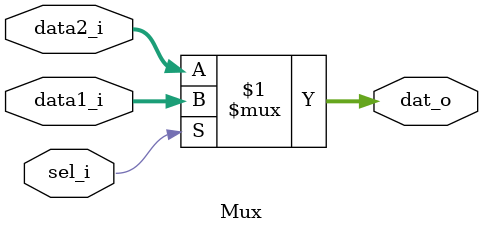
<source format=v>
`timescale 1ns/1ns
module Mux
    (
        input [31:0]    data1_i,
        input [31:0]    data2_i,
        input           sel_i,
        output [31:0]   dat_o
    );
	
	    assign  dat_o = sel_i ? data1_i : data2_i;

endmodule

</source>
